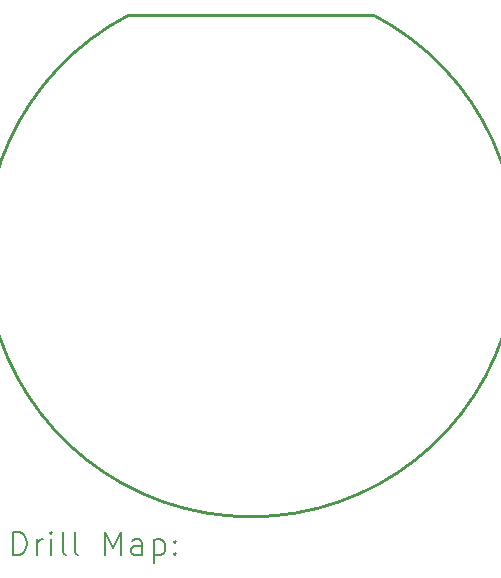
<source format=gbr>
%TF.GenerationSoftware,KiCad,Pcbnew,7.0.1*%
%TF.CreationDate,2023-11-10T16:14:54-06:00*%
%TF.ProjectId,RoundScanner,526f756e-6453-4636-916e-6e65722e6b69,1.0*%
%TF.SameCoordinates,Original*%
%TF.FileFunction,Drillmap*%
%TF.FilePolarity,Positive*%
%FSLAX45Y45*%
G04 Gerber Fmt 4.5, Leading zero omitted, Abs format (unit mm)*
G04 Created by KiCad (PCBNEW 7.0.1) date 2023-11-10 16:14:54*
%MOMM*%
%LPD*%
G01*
G04 APERTURE LIST*
%ADD10C,0.250000*%
%ADD11C,0.200000*%
G04 APERTURE END LIST*
D10*
X7897324Y-8733500D02*
X9958876Y-8733500D01*
X7897324Y-8733500D02*
G75*
G03*
X9958876Y-8733500I1030776J-2000000D01*
G01*
D11*
X6913219Y-13308524D02*
X6913219Y-13108524D01*
X6913219Y-13108524D02*
X6960838Y-13108524D01*
X6960838Y-13108524D02*
X6989409Y-13118048D01*
X6989409Y-13118048D02*
X7008457Y-13137095D01*
X7008457Y-13137095D02*
X7017981Y-13156143D01*
X7017981Y-13156143D02*
X7027505Y-13194238D01*
X7027505Y-13194238D02*
X7027505Y-13222809D01*
X7027505Y-13222809D02*
X7017981Y-13260905D01*
X7017981Y-13260905D02*
X7008457Y-13279952D01*
X7008457Y-13279952D02*
X6989409Y-13299000D01*
X6989409Y-13299000D02*
X6960838Y-13308524D01*
X6960838Y-13308524D02*
X6913219Y-13308524D01*
X7113219Y-13308524D02*
X7113219Y-13175190D01*
X7113219Y-13213286D02*
X7122743Y-13194238D01*
X7122743Y-13194238D02*
X7132267Y-13184714D01*
X7132267Y-13184714D02*
X7151314Y-13175190D01*
X7151314Y-13175190D02*
X7170362Y-13175190D01*
X7237028Y-13308524D02*
X7237028Y-13175190D01*
X7237028Y-13108524D02*
X7227505Y-13118048D01*
X7227505Y-13118048D02*
X7237028Y-13127571D01*
X7237028Y-13127571D02*
X7246552Y-13118048D01*
X7246552Y-13118048D02*
X7237028Y-13108524D01*
X7237028Y-13108524D02*
X7237028Y-13127571D01*
X7360838Y-13308524D02*
X7341790Y-13299000D01*
X7341790Y-13299000D02*
X7332267Y-13279952D01*
X7332267Y-13279952D02*
X7332267Y-13108524D01*
X7465600Y-13308524D02*
X7446552Y-13299000D01*
X7446552Y-13299000D02*
X7437028Y-13279952D01*
X7437028Y-13279952D02*
X7437028Y-13108524D01*
X7694171Y-13308524D02*
X7694171Y-13108524D01*
X7694171Y-13108524D02*
X7760838Y-13251381D01*
X7760838Y-13251381D02*
X7827505Y-13108524D01*
X7827505Y-13108524D02*
X7827505Y-13308524D01*
X8008457Y-13308524D02*
X8008457Y-13203762D01*
X8008457Y-13203762D02*
X7998933Y-13184714D01*
X7998933Y-13184714D02*
X7979886Y-13175190D01*
X7979886Y-13175190D02*
X7941790Y-13175190D01*
X7941790Y-13175190D02*
X7922743Y-13184714D01*
X8008457Y-13299000D02*
X7989409Y-13308524D01*
X7989409Y-13308524D02*
X7941790Y-13308524D01*
X7941790Y-13308524D02*
X7922743Y-13299000D01*
X7922743Y-13299000D02*
X7913219Y-13279952D01*
X7913219Y-13279952D02*
X7913219Y-13260905D01*
X7913219Y-13260905D02*
X7922743Y-13241857D01*
X7922743Y-13241857D02*
X7941790Y-13232333D01*
X7941790Y-13232333D02*
X7989409Y-13232333D01*
X7989409Y-13232333D02*
X8008457Y-13222809D01*
X8103695Y-13175190D02*
X8103695Y-13375190D01*
X8103695Y-13184714D02*
X8122743Y-13175190D01*
X8122743Y-13175190D02*
X8160838Y-13175190D01*
X8160838Y-13175190D02*
X8179886Y-13184714D01*
X8179886Y-13184714D02*
X8189409Y-13194238D01*
X8189409Y-13194238D02*
X8198933Y-13213286D01*
X8198933Y-13213286D02*
X8198933Y-13270428D01*
X8198933Y-13270428D02*
X8189409Y-13289476D01*
X8189409Y-13289476D02*
X8179886Y-13299000D01*
X8179886Y-13299000D02*
X8160838Y-13308524D01*
X8160838Y-13308524D02*
X8122743Y-13308524D01*
X8122743Y-13308524D02*
X8103695Y-13299000D01*
X8284648Y-13289476D02*
X8294171Y-13299000D01*
X8294171Y-13299000D02*
X8284648Y-13308524D01*
X8284648Y-13308524D02*
X8275124Y-13299000D01*
X8275124Y-13299000D02*
X8284648Y-13289476D01*
X8284648Y-13289476D02*
X8284648Y-13308524D01*
X8284648Y-13184714D02*
X8294171Y-13194238D01*
X8294171Y-13194238D02*
X8284648Y-13203762D01*
X8284648Y-13203762D02*
X8275124Y-13194238D01*
X8275124Y-13194238D02*
X8284648Y-13184714D01*
X8284648Y-13184714D02*
X8284648Y-13203762D01*
M02*

</source>
